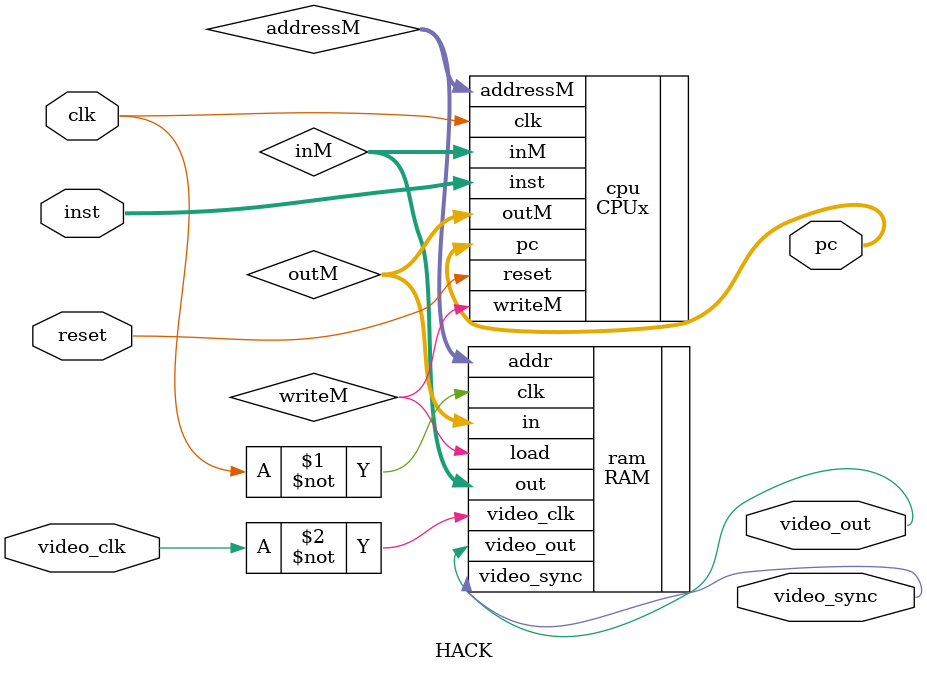
<source format=v>
`default_nettype none

module HACK(
  output wire[14:0] pc,
  output wire video_out,
  output wire video_sync,
  input wire clk,
  input wire video_clk,
  input wire reset,
  input wire[15:0] inst);

  wire[15:0] inM;
  wire[15:0] outM;
  wire[14:0] addressM;
  wire writeM;

  RAM ram(.out(inM),
          .video_out(video_out),
          .video_sync(video_sync),
          .clk(~clk),
          .video_clk(~video_clk),
          .load(writeM),
          .addr(addressM[14:0]),
          .in(outM));

  CPUx  cpu(.outM(outM),
            .addressM(addressM),
            .writeM(writeM),
            .pc(pc),
            .clk(clk),
            .inM(inM),
            .inst(inst),
            .reset(reset));
endmodule

</source>
